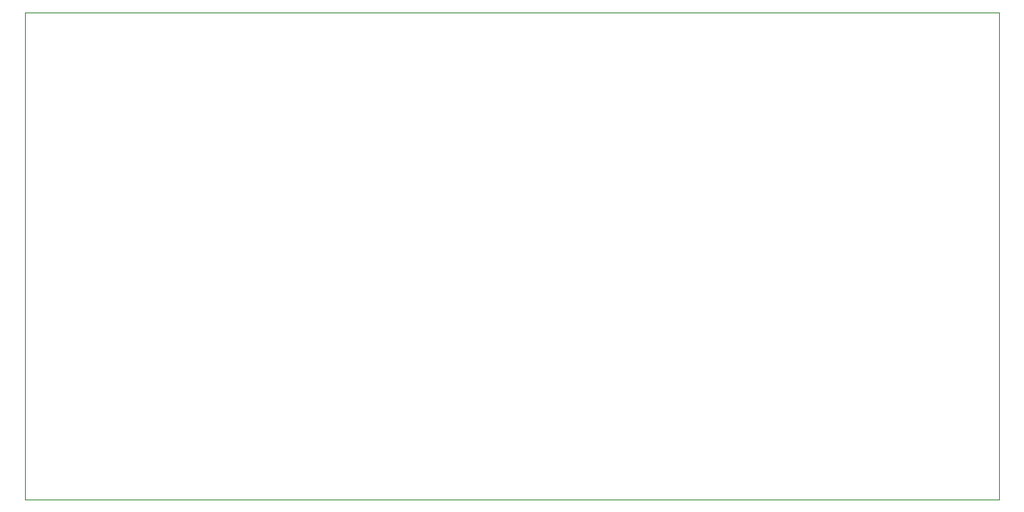
<source format=gbr>
G04 #@! TF.FileFunction,Profile,NP*
%FSLAX46Y46*%
G04 Gerber Fmt 4.6, Leading zero omitted, Abs format (unit mm)*
G04 Created by KiCad (PCBNEW 4.0.6) date 06/22/17 12:13:26*
%MOMM*%
%LPD*%
G01*
G04 APERTURE LIST*
%ADD10C,0.100000*%
G04 APERTURE END LIST*
D10*
X91440000Y-77470000D02*
X97790000Y-77470000D01*
X97790000Y-127000000D02*
X91440000Y-127000000D01*
X184150000Y-127000000D02*
X190500000Y-127000000D01*
X184150000Y-77470000D02*
X190500000Y-77470000D01*
X91440000Y-127000000D02*
X91440000Y-77470000D01*
X184150000Y-127000000D02*
X97790000Y-127000000D01*
X190500000Y-77470000D02*
X190500000Y-127000000D01*
X97790000Y-77470000D02*
X184150000Y-77470000D01*
M02*

</source>
